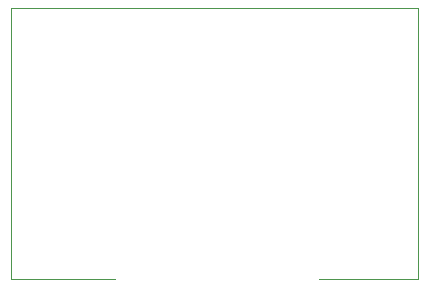
<source format=gbr>
G04 #@! TF.GenerationSoftware,KiCad,Pcbnew,(5.1.5)-3*
G04 #@! TF.CreationDate,2021-08-11T14:03:33+02:00*
G04 #@! TF.ProjectId,18650_UPS_TOP,31383635-305f-4555-9053-5f544f502e6b,rev?*
G04 #@! TF.SameCoordinates,Original*
G04 #@! TF.FileFunction,Legend,Top*
G04 #@! TF.FilePolarity,Positive*
%FSLAX46Y46*%
G04 Gerber Fmt 4.6, Leading zero omitted, Abs format (unit mm)*
G04 Created by KiCad (PCBNEW (5.1.5)-3) date 2021-08-11 14:03:33*
%MOMM*%
%LPD*%
G04 APERTURE LIST*
%ADD10C,0.120000*%
G04 APERTURE END LIST*
D10*
X80900000Y-96500000D02*
X82400000Y-96500000D01*
X108100000Y-96500000D02*
X99700000Y-96500000D01*
X108100000Y-73500000D02*
X108100000Y-96500000D01*
X73600000Y-73500000D02*
X108100000Y-73500000D01*
X73600000Y-96500000D02*
X73600000Y-73500000D01*
X79900000Y-96500000D02*
X73600000Y-96500000D01*
X79900000Y-96500000D02*
X80900000Y-96500000D01*
M02*

</source>
